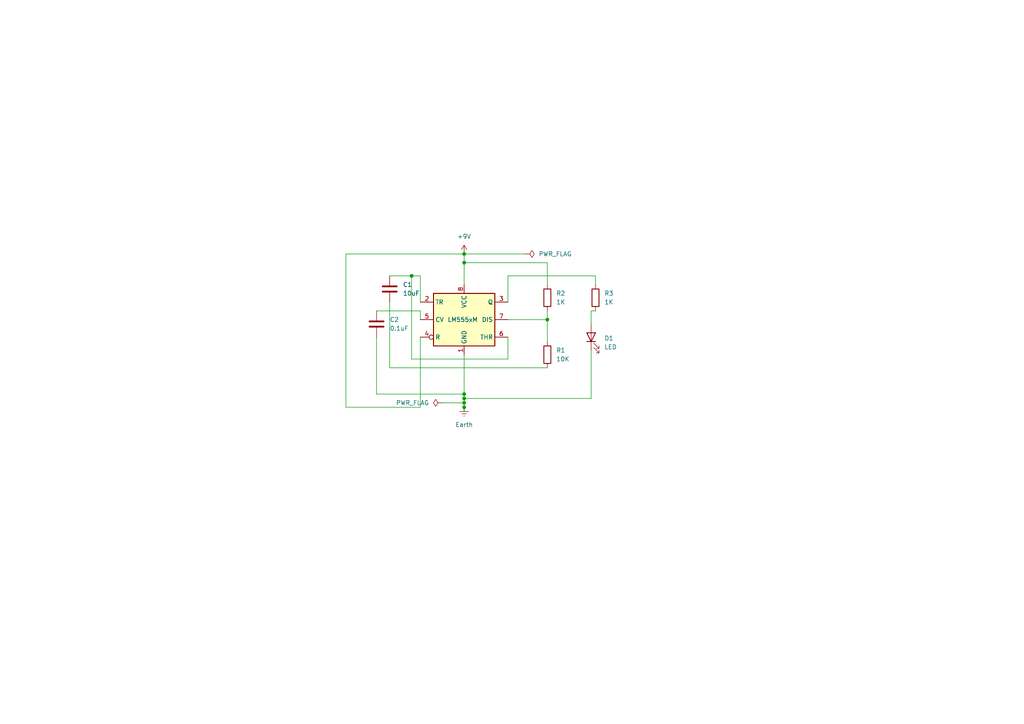
<source format=kicad_sch>
(kicad_sch
	(version 20231120)
	(generator "eeschema")
	(generator_version "8.0")
	(uuid "3cd45959-67ab-41b1-ba15-57dd357120ed")
	(paper "A4")
	(lib_symbols
		(symbol "Device:C"
			(pin_numbers hide)
			(pin_names
				(offset 0.254)
			)
			(exclude_from_sim no)
			(in_bom yes)
			(on_board yes)
			(property "Reference" "C"
				(at 0.635 2.54 0)
				(effects
					(font
						(size 1.27 1.27)
					)
					(justify left)
				)
			)
			(property "Value" "C"
				(at 0.635 -2.54 0)
				(effects
					(font
						(size 1.27 1.27)
					)
					(justify left)
				)
			)
			(property "Footprint" ""
				(at 0.9652 -3.81 0)
				(effects
					(font
						(size 1.27 1.27)
					)
					(hide yes)
				)
			)
			(property "Datasheet" "~"
				(at 0 0 0)
				(effects
					(font
						(size 1.27 1.27)
					)
					(hide yes)
				)
			)
			(property "Description" "Unpolarized capacitor"
				(at 0 0 0)
				(effects
					(font
						(size 1.27 1.27)
					)
					(hide yes)
				)
			)
			(property "ki_keywords" "cap capacitor"
				(at 0 0 0)
				(effects
					(font
						(size 1.27 1.27)
					)
					(hide yes)
				)
			)
			(property "ki_fp_filters" "C_*"
				(at 0 0 0)
				(effects
					(font
						(size 1.27 1.27)
					)
					(hide yes)
				)
			)
			(symbol "C_0_1"
				(polyline
					(pts
						(xy -2.032 -0.762) (xy 2.032 -0.762)
					)
					(stroke
						(width 0.508)
						(type default)
					)
					(fill
						(type none)
					)
				)
				(polyline
					(pts
						(xy -2.032 0.762) (xy 2.032 0.762)
					)
					(stroke
						(width 0.508)
						(type default)
					)
					(fill
						(type none)
					)
				)
			)
			(symbol "C_1_1"
				(pin passive line
					(at 0 3.81 270)
					(length 2.794)
					(name "~"
						(effects
							(font
								(size 1.27 1.27)
							)
						)
					)
					(number "1"
						(effects
							(font
								(size 1.27 1.27)
							)
						)
					)
				)
				(pin passive line
					(at 0 -3.81 90)
					(length 2.794)
					(name "~"
						(effects
							(font
								(size 1.27 1.27)
							)
						)
					)
					(number "2"
						(effects
							(font
								(size 1.27 1.27)
							)
						)
					)
				)
			)
		)
		(symbol "Device:LED"
			(pin_numbers hide)
			(pin_names
				(offset 1.016) hide)
			(exclude_from_sim no)
			(in_bom yes)
			(on_board yes)
			(property "Reference" "D"
				(at 0 2.54 0)
				(effects
					(font
						(size 1.27 1.27)
					)
				)
			)
			(property "Value" "LED"
				(at 0 -2.54 0)
				(effects
					(font
						(size 1.27 1.27)
					)
				)
			)
			(property "Footprint" ""
				(at 0 0 0)
				(effects
					(font
						(size 1.27 1.27)
					)
					(hide yes)
				)
			)
			(property "Datasheet" "~"
				(at 0 0 0)
				(effects
					(font
						(size 1.27 1.27)
					)
					(hide yes)
				)
			)
			(property "Description" "Light emitting diode"
				(at 0 0 0)
				(effects
					(font
						(size 1.27 1.27)
					)
					(hide yes)
				)
			)
			(property "ki_keywords" "LED diode"
				(at 0 0 0)
				(effects
					(font
						(size 1.27 1.27)
					)
					(hide yes)
				)
			)
			(property "ki_fp_filters" "LED* LED_SMD:* LED_THT:*"
				(at 0 0 0)
				(effects
					(font
						(size 1.27 1.27)
					)
					(hide yes)
				)
			)
			(symbol "LED_0_1"
				(polyline
					(pts
						(xy -1.27 -1.27) (xy -1.27 1.27)
					)
					(stroke
						(width 0.254)
						(type default)
					)
					(fill
						(type none)
					)
				)
				(polyline
					(pts
						(xy -1.27 0) (xy 1.27 0)
					)
					(stroke
						(width 0)
						(type default)
					)
					(fill
						(type none)
					)
				)
				(polyline
					(pts
						(xy 1.27 -1.27) (xy 1.27 1.27) (xy -1.27 0) (xy 1.27 -1.27)
					)
					(stroke
						(width 0.254)
						(type default)
					)
					(fill
						(type none)
					)
				)
				(polyline
					(pts
						(xy -3.048 -0.762) (xy -4.572 -2.286) (xy -3.81 -2.286) (xy -4.572 -2.286) (xy -4.572 -1.524)
					)
					(stroke
						(width 0)
						(type default)
					)
					(fill
						(type none)
					)
				)
				(polyline
					(pts
						(xy -1.778 -0.762) (xy -3.302 -2.286) (xy -2.54 -2.286) (xy -3.302 -2.286) (xy -3.302 -1.524)
					)
					(stroke
						(width 0)
						(type default)
					)
					(fill
						(type none)
					)
				)
			)
			(symbol "LED_1_1"
				(pin passive line
					(at -3.81 0 0)
					(length 2.54)
					(name "K"
						(effects
							(font
								(size 1.27 1.27)
							)
						)
					)
					(number "1"
						(effects
							(font
								(size 1.27 1.27)
							)
						)
					)
				)
				(pin passive line
					(at 3.81 0 180)
					(length 2.54)
					(name "A"
						(effects
							(font
								(size 1.27 1.27)
							)
						)
					)
					(number "2"
						(effects
							(font
								(size 1.27 1.27)
							)
						)
					)
				)
			)
		)
		(symbol "Device:R"
			(pin_numbers hide)
			(pin_names
				(offset 0)
			)
			(exclude_from_sim no)
			(in_bom yes)
			(on_board yes)
			(property "Reference" "R"
				(at 2.032 0 90)
				(effects
					(font
						(size 1.27 1.27)
					)
				)
			)
			(property "Value" "R"
				(at 0 0 90)
				(effects
					(font
						(size 1.27 1.27)
					)
				)
			)
			(property "Footprint" ""
				(at -1.778 0 90)
				(effects
					(font
						(size 1.27 1.27)
					)
					(hide yes)
				)
			)
			(property "Datasheet" "~"
				(at 0 0 0)
				(effects
					(font
						(size 1.27 1.27)
					)
					(hide yes)
				)
			)
			(property "Description" "Resistor"
				(at 0 0 0)
				(effects
					(font
						(size 1.27 1.27)
					)
					(hide yes)
				)
			)
			(property "ki_keywords" "R res resistor"
				(at 0 0 0)
				(effects
					(font
						(size 1.27 1.27)
					)
					(hide yes)
				)
			)
			(property "ki_fp_filters" "R_*"
				(at 0 0 0)
				(effects
					(font
						(size 1.27 1.27)
					)
					(hide yes)
				)
			)
			(symbol "R_0_1"
				(rectangle
					(start -1.016 -2.54)
					(end 1.016 2.54)
					(stroke
						(width 0.254)
						(type default)
					)
					(fill
						(type none)
					)
				)
			)
			(symbol "R_1_1"
				(pin passive line
					(at 0 3.81 270)
					(length 1.27)
					(name "~"
						(effects
							(font
								(size 1.27 1.27)
							)
						)
					)
					(number "1"
						(effects
							(font
								(size 1.27 1.27)
							)
						)
					)
				)
				(pin passive line
					(at 0 -3.81 90)
					(length 1.27)
					(name "~"
						(effects
							(font
								(size 1.27 1.27)
							)
						)
					)
					(number "2"
						(effects
							(font
								(size 1.27 1.27)
							)
						)
					)
				)
			)
		)
		(symbol "Timer:LM555xM"
			(exclude_from_sim no)
			(in_bom yes)
			(on_board yes)
			(property "Reference" "U"
				(at -10.16 8.89 0)
				(effects
					(font
						(size 1.27 1.27)
					)
					(justify left)
				)
			)
			(property "Value" "LM555xM"
				(at 2.54 8.89 0)
				(effects
					(font
						(size 1.27 1.27)
					)
					(justify left)
				)
			)
			(property "Footprint" "Package_SO:SOIC-8_3.9x4.9mm_P1.27mm"
				(at 21.59 -10.16 0)
				(effects
					(font
						(size 1.27 1.27)
					)
					(hide yes)
				)
			)
			(property "Datasheet" "http://www.ti.com/lit/ds/symlink/lm555.pdf"
				(at 21.59 -10.16 0)
				(effects
					(font
						(size 1.27 1.27)
					)
					(hide yes)
				)
			)
			(property "Description" "Timer, 555 compatible, SOIC-8"
				(at 0 0 0)
				(effects
					(font
						(size 1.27 1.27)
					)
					(hide yes)
				)
			)
			(property "ki_keywords" "single timer 555"
				(at 0 0 0)
				(effects
					(font
						(size 1.27 1.27)
					)
					(hide yes)
				)
			)
			(property "ki_fp_filters" "SOIC*3.9x4.9mm*P1.27mm*"
				(at 0 0 0)
				(effects
					(font
						(size 1.27 1.27)
					)
					(hide yes)
				)
			)
			(symbol "LM555xM_0_0"
				(pin power_in line
					(at 0 -10.16 90)
					(length 2.54)
					(name "GND"
						(effects
							(font
								(size 1.27 1.27)
							)
						)
					)
					(number "1"
						(effects
							(font
								(size 1.27 1.27)
							)
						)
					)
				)
				(pin power_in line
					(at 0 10.16 270)
					(length 2.54)
					(name "VCC"
						(effects
							(font
								(size 1.27 1.27)
							)
						)
					)
					(number "8"
						(effects
							(font
								(size 1.27 1.27)
							)
						)
					)
				)
			)
			(symbol "LM555xM_0_1"
				(rectangle
					(start -8.89 -7.62)
					(end 8.89 7.62)
					(stroke
						(width 0.254)
						(type default)
					)
					(fill
						(type background)
					)
				)
				(rectangle
					(start -8.89 -7.62)
					(end 8.89 7.62)
					(stroke
						(width 0.254)
						(type default)
					)
					(fill
						(type background)
					)
				)
			)
			(symbol "LM555xM_1_1"
				(pin input line
					(at -12.7 5.08 0)
					(length 3.81)
					(name "TR"
						(effects
							(font
								(size 1.27 1.27)
							)
						)
					)
					(number "2"
						(effects
							(font
								(size 1.27 1.27)
							)
						)
					)
				)
				(pin output line
					(at 12.7 5.08 180)
					(length 3.81)
					(name "Q"
						(effects
							(font
								(size 1.27 1.27)
							)
						)
					)
					(number "3"
						(effects
							(font
								(size 1.27 1.27)
							)
						)
					)
				)
				(pin input inverted
					(at -12.7 -5.08 0)
					(length 3.81)
					(name "R"
						(effects
							(font
								(size 1.27 1.27)
							)
						)
					)
					(number "4"
						(effects
							(font
								(size 1.27 1.27)
							)
						)
					)
				)
				(pin input line
					(at -12.7 0 0)
					(length 3.81)
					(name "CV"
						(effects
							(font
								(size 1.27 1.27)
							)
						)
					)
					(number "5"
						(effects
							(font
								(size 1.27 1.27)
							)
						)
					)
				)
				(pin input line
					(at 12.7 -5.08 180)
					(length 3.81)
					(name "THR"
						(effects
							(font
								(size 1.27 1.27)
							)
						)
					)
					(number "6"
						(effects
							(font
								(size 1.27 1.27)
							)
						)
					)
				)
				(pin input line
					(at 12.7 0 180)
					(length 3.81)
					(name "DIS"
						(effects
							(font
								(size 1.27 1.27)
							)
						)
					)
					(number "7"
						(effects
							(font
								(size 1.27 1.27)
							)
						)
					)
				)
			)
		)
		(symbol "power:+9V"
			(power)
			(pin_numbers hide)
			(pin_names
				(offset 0) hide)
			(exclude_from_sim no)
			(in_bom yes)
			(on_board yes)
			(property "Reference" "#PWR"
				(at 0 -3.81 0)
				(effects
					(font
						(size 1.27 1.27)
					)
					(hide yes)
				)
			)
			(property "Value" "+9V"
				(at 0 3.556 0)
				(effects
					(font
						(size 1.27 1.27)
					)
				)
			)
			(property "Footprint" ""
				(at 0 0 0)
				(effects
					(font
						(size 1.27 1.27)
					)
					(hide yes)
				)
			)
			(property "Datasheet" ""
				(at 0 0 0)
				(effects
					(font
						(size 1.27 1.27)
					)
					(hide yes)
				)
			)
			(property "Description" "Power symbol creates a global label with name \"+9V\""
				(at 0 0 0)
				(effects
					(font
						(size 1.27 1.27)
					)
					(hide yes)
				)
			)
			(property "ki_keywords" "global power"
				(at 0 0 0)
				(effects
					(font
						(size 1.27 1.27)
					)
					(hide yes)
				)
			)
			(symbol "+9V_0_1"
				(polyline
					(pts
						(xy -0.762 1.27) (xy 0 2.54)
					)
					(stroke
						(width 0)
						(type default)
					)
					(fill
						(type none)
					)
				)
				(polyline
					(pts
						(xy 0 0) (xy 0 2.54)
					)
					(stroke
						(width 0)
						(type default)
					)
					(fill
						(type none)
					)
				)
				(polyline
					(pts
						(xy 0 2.54) (xy 0.762 1.27)
					)
					(stroke
						(width 0)
						(type default)
					)
					(fill
						(type none)
					)
				)
			)
			(symbol "+9V_1_1"
				(pin power_in line
					(at 0 0 90)
					(length 0)
					(name "~"
						(effects
							(font
								(size 1.27 1.27)
							)
						)
					)
					(number "1"
						(effects
							(font
								(size 1.27 1.27)
							)
						)
					)
				)
			)
		)
		(symbol "power:Earth"
			(power)
			(pin_numbers hide)
			(pin_names
				(offset 0) hide)
			(exclude_from_sim no)
			(in_bom yes)
			(on_board yes)
			(property "Reference" "#PWR"
				(at 0 -6.35 0)
				(effects
					(font
						(size 1.27 1.27)
					)
					(hide yes)
				)
			)
			(property "Value" "Earth"
				(at 0 -3.81 0)
				(effects
					(font
						(size 1.27 1.27)
					)
				)
			)
			(property "Footprint" ""
				(at 0 0 0)
				(effects
					(font
						(size 1.27 1.27)
					)
					(hide yes)
				)
			)
			(property "Datasheet" "~"
				(at 0 0 0)
				(effects
					(font
						(size 1.27 1.27)
					)
					(hide yes)
				)
			)
			(property "Description" "Power symbol creates a global label with name \"Earth\""
				(at 0 0 0)
				(effects
					(font
						(size 1.27 1.27)
					)
					(hide yes)
				)
			)
			(property "ki_keywords" "global ground gnd"
				(at 0 0 0)
				(effects
					(font
						(size 1.27 1.27)
					)
					(hide yes)
				)
			)
			(symbol "Earth_0_1"
				(polyline
					(pts
						(xy -0.635 -1.905) (xy 0.635 -1.905)
					)
					(stroke
						(width 0)
						(type default)
					)
					(fill
						(type none)
					)
				)
				(polyline
					(pts
						(xy -0.127 -2.54) (xy 0.127 -2.54)
					)
					(stroke
						(width 0)
						(type default)
					)
					(fill
						(type none)
					)
				)
				(polyline
					(pts
						(xy 0 -1.27) (xy 0 0)
					)
					(stroke
						(width 0)
						(type default)
					)
					(fill
						(type none)
					)
				)
				(polyline
					(pts
						(xy 1.27 -1.27) (xy -1.27 -1.27)
					)
					(stroke
						(width 0)
						(type default)
					)
					(fill
						(type none)
					)
				)
			)
			(symbol "Earth_1_1"
				(pin power_in line
					(at 0 0 270)
					(length 0)
					(name "~"
						(effects
							(font
								(size 1.27 1.27)
							)
						)
					)
					(number "1"
						(effects
							(font
								(size 1.27 1.27)
							)
						)
					)
				)
			)
		)
		(symbol "power:PWR_FLAG"
			(power)
			(pin_numbers hide)
			(pin_names
				(offset 0) hide)
			(exclude_from_sim no)
			(in_bom yes)
			(on_board yes)
			(property "Reference" "#FLG"
				(at 0 1.905 0)
				(effects
					(font
						(size 1.27 1.27)
					)
					(hide yes)
				)
			)
			(property "Value" "PWR_FLAG"
				(at 0 3.81 0)
				(effects
					(font
						(size 1.27 1.27)
					)
				)
			)
			(property "Footprint" ""
				(at 0 0 0)
				(effects
					(font
						(size 1.27 1.27)
					)
					(hide yes)
				)
			)
			(property "Datasheet" "~"
				(at 0 0 0)
				(effects
					(font
						(size 1.27 1.27)
					)
					(hide yes)
				)
			)
			(property "Description" "Special symbol for telling ERC where power comes from"
				(at 0 0 0)
				(effects
					(font
						(size 1.27 1.27)
					)
					(hide yes)
				)
			)
			(property "ki_keywords" "flag power"
				(at 0 0 0)
				(effects
					(font
						(size 1.27 1.27)
					)
					(hide yes)
				)
			)
			(symbol "PWR_FLAG_0_0"
				(pin power_out line
					(at 0 0 90)
					(length 0)
					(name "~"
						(effects
							(font
								(size 1.27 1.27)
							)
						)
					)
					(number "1"
						(effects
							(font
								(size 1.27 1.27)
							)
						)
					)
				)
			)
			(symbol "PWR_FLAG_0_1"
				(polyline
					(pts
						(xy 0 0) (xy 0 1.27) (xy -1.016 1.905) (xy 0 2.54) (xy 1.016 1.905) (xy 0 1.27)
					)
					(stroke
						(width 0)
						(type default)
					)
					(fill
						(type none)
					)
				)
			)
		)
	)
	(junction
		(at 119.38 80.01)
		(diameter 0)
		(color 0 0 0 0)
		(uuid "19389a94-f9d6-45b5-94b0-69c8234fa52a")
	)
	(junction
		(at 134.62 116.84)
		(diameter 0)
		(color 0 0 0 0)
		(uuid "3175e60a-a66b-4b4f-8f48-6b47c5070bec")
	)
	(junction
		(at 134.62 76.2)
		(diameter 0)
		(color 0 0 0 0)
		(uuid "3b5f697e-d03e-431a-ac26-949996b467e6")
	)
	(junction
		(at 134.62 114.3)
		(diameter 0)
		(color 0 0 0 0)
		(uuid "51fd1c9f-2323-4d14-b8bc-0b72d7967f56")
	)
	(junction
		(at 134.62 73.66)
		(diameter 0)
		(color 0 0 0 0)
		(uuid "540622a6-1200-4ac4-82c3-49bfbe51622f")
	)
	(junction
		(at 134.62 115.57)
		(diameter 0)
		(color 0 0 0 0)
		(uuid "677f9b79-80dc-44f8-b2aa-4bd8d306f487")
	)
	(junction
		(at 134.62 118.11)
		(diameter 0)
		(color 0 0 0 0)
		(uuid "c7e8d81e-d65c-4015-945c-1042c012bed9")
	)
	(junction
		(at 158.75 92.71)
		(diameter 0)
		(color 0 0 0 0)
		(uuid "f8b1dc7a-0cf4-49fc-84af-a8a5a46a039d")
	)
	(wire
		(pts
			(xy 134.62 116.84) (xy 134.62 118.11)
		)
		(stroke
			(width 0)
			(type default)
		)
		(uuid "009a8273-9768-4e27-8fbf-39b61d176bb2")
	)
	(wire
		(pts
			(xy 109.22 90.17) (xy 121.92 90.17)
		)
		(stroke
			(width 0)
			(type default)
		)
		(uuid "0576658d-fef0-44c9-9761-eb1277e36b09")
	)
	(wire
		(pts
			(xy 158.75 82.55) (xy 158.75 76.2)
		)
		(stroke
			(width 0)
			(type default)
		)
		(uuid "08009158-1e7e-4ba9-be91-cf21441957d7")
	)
	(wire
		(pts
			(xy 109.22 97.79) (xy 109.22 114.3)
		)
		(stroke
			(width 0)
			(type default)
		)
		(uuid "0caf524e-75c1-4b36-8b69-f7f0cf505402")
	)
	(wire
		(pts
			(xy 128.27 116.84) (xy 134.62 116.84)
		)
		(stroke
			(width 0)
			(type default)
		)
		(uuid "14c4bd49-8b16-41d3-ad12-6402a8b58d47")
	)
	(wire
		(pts
			(xy 121.92 97.79) (xy 121.92 118.11)
		)
		(stroke
			(width 0)
			(type default)
		)
		(uuid "15e8799d-d381-4c5d-94b3-bf5b9bcfcf90")
	)
	(wire
		(pts
			(xy 158.75 76.2) (xy 134.62 76.2)
		)
		(stroke
			(width 0)
			(type default)
		)
		(uuid "1a957bd3-6158-42d9-8da1-b99856714f28")
	)
	(wire
		(pts
			(xy 172.72 80.01) (xy 172.72 82.55)
		)
		(stroke
			(width 0)
			(type default)
		)
		(uuid "1d959fe4-23f9-48de-97f6-f260861f6130")
	)
	(wire
		(pts
			(xy 134.62 102.87) (xy 134.62 114.3)
		)
		(stroke
			(width 0)
			(type default)
		)
		(uuid "285c5e75-de7a-4239-a460-526a04945a49")
	)
	(wire
		(pts
			(xy 171.45 90.17) (xy 171.45 93.98)
		)
		(stroke
			(width 0)
			(type default)
		)
		(uuid "339dc3bf-1831-45ea-9ae7-f7a87af20832")
	)
	(wire
		(pts
			(xy 147.32 104.14) (xy 119.38 104.14)
		)
		(stroke
			(width 0)
			(type default)
		)
		(uuid "4187458b-c8b8-46fb-830b-a5f1c4537f30")
	)
	(wire
		(pts
			(xy 172.72 90.17) (xy 171.45 90.17)
		)
		(stroke
			(width 0)
			(type default)
		)
		(uuid "4eaac220-20a2-49a9-a729-3c40b2f6e2b5")
	)
	(wire
		(pts
			(xy 119.38 80.01) (xy 113.03 80.01)
		)
		(stroke
			(width 0)
			(type default)
		)
		(uuid "52688262-62ba-41ac-b895-993e4afba242")
	)
	(wire
		(pts
			(xy 109.22 114.3) (xy 134.62 114.3)
		)
		(stroke
			(width 0)
			(type default)
		)
		(uuid "5569c688-341f-4d42-8b7d-4515aec410a4")
	)
	(wire
		(pts
			(xy 134.62 115.57) (xy 134.62 116.84)
		)
		(stroke
			(width 0)
			(type default)
		)
		(uuid "564d6d65-b73d-42e2-9035-e9769102929f")
	)
	(wire
		(pts
			(xy 134.62 76.2) (xy 134.62 82.55)
		)
		(stroke
			(width 0)
			(type default)
		)
		(uuid "626f267d-2897-4b96-8e3c-dbe41ce13d5f")
	)
	(wire
		(pts
			(xy 171.45 101.6) (xy 171.45 115.57)
		)
		(stroke
			(width 0)
			(type default)
		)
		(uuid "66b2a950-8e2c-4a99-a771-0ebf25f84e0b")
	)
	(wire
		(pts
			(xy 121.92 118.11) (xy 100.33 118.11)
		)
		(stroke
			(width 0)
			(type default)
		)
		(uuid "67661947-20a3-47a4-8212-d656f68f143b")
	)
	(wire
		(pts
			(xy 100.33 118.11) (xy 100.33 73.66)
		)
		(stroke
			(width 0)
			(type default)
		)
		(uuid "6e60ccdc-9430-4073-9407-9205304cc6d5")
	)
	(wire
		(pts
			(xy 119.38 104.14) (xy 119.38 80.01)
		)
		(stroke
			(width 0)
			(type default)
		)
		(uuid "6ec42636-17d8-4549-800d-9a31bcddc50d")
	)
	(wire
		(pts
			(xy 158.75 90.17) (xy 158.75 92.71)
		)
		(stroke
			(width 0)
			(type default)
		)
		(uuid "70f505ff-a781-4e64-85c8-7168ea04bb01")
	)
	(wire
		(pts
			(xy 121.92 80.01) (xy 119.38 80.01)
		)
		(stroke
			(width 0)
			(type default)
		)
		(uuid "80e079f8-c185-4f66-9cb4-e61d4a3e62cd")
	)
	(wire
		(pts
			(xy 121.92 90.17) (xy 121.92 92.71)
		)
		(stroke
			(width 0)
			(type default)
		)
		(uuid "81d43026-9176-4310-a6fa-ed53c69811e0")
	)
	(wire
		(pts
			(xy 158.75 92.71) (xy 158.75 99.06)
		)
		(stroke
			(width 0)
			(type default)
		)
		(uuid "880d0d1d-3cdc-4ab8-a7fc-8594173f4ba4")
	)
	(wire
		(pts
			(xy 134.62 118.11) (xy 134.62 119.38)
		)
		(stroke
			(width 0)
			(type default)
		)
		(uuid "8a09627d-f9e5-49bf-8790-fabc27560fbf")
	)
	(wire
		(pts
			(xy 147.32 92.71) (xy 158.75 92.71)
		)
		(stroke
			(width 0)
			(type default)
		)
		(uuid "8de726d9-5fc5-4bb8-830a-61ec8ef0c1b9")
	)
	(wire
		(pts
			(xy 171.45 115.57) (xy 134.62 115.57)
		)
		(stroke
			(width 0)
			(type default)
		)
		(uuid "a369a495-08b0-4deb-a226-c535ca3d522d")
	)
	(wire
		(pts
			(xy 147.32 97.79) (xy 147.32 104.14)
		)
		(stroke
			(width 0)
			(type default)
		)
		(uuid "a83225fa-463f-4717-b8ae-cbb321f91cc7")
	)
	(wire
		(pts
			(xy 134.62 73.66) (xy 152.4 73.66)
		)
		(stroke
			(width 0)
			(type default)
		)
		(uuid "ab8477c7-f8ed-4cd6-9a2d-e55ed6ae7b6a")
	)
	(wire
		(pts
			(xy 147.32 80.01) (xy 172.72 80.01)
		)
		(stroke
			(width 0)
			(type default)
		)
		(uuid "ad05ed10-9fab-47e6-a350-0f1d71201d4b")
	)
	(wire
		(pts
			(xy 134.62 114.3) (xy 134.62 115.57)
		)
		(stroke
			(width 0)
			(type default)
		)
		(uuid "b8cc5bd7-2a44-4ba0-a93e-2a702c8c1b11")
	)
	(wire
		(pts
			(xy 147.32 87.63) (xy 147.32 80.01)
		)
		(stroke
			(width 0)
			(type default)
		)
		(uuid "be5b4b9b-f031-42cf-9b6e-8904e87791b9")
	)
	(wire
		(pts
			(xy 158.75 106.68) (xy 113.03 106.68)
		)
		(stroke
			(width 0)
			(type default)
		)
		(uuid "bf869a47-3d09-4c93-b0b7-3728a993ab10")
	)
	(wire
		(pts
			(xy 100.33 73.66) (xy 134.62 73.66)
		)
		(stroke
			(width 0)
			(type default)
		)
		(uuid "cb5e50ae-8fa0-4fe3-a080-c1a72ccbcb9c")
	)
	(wire
		(pts
			(xy 121.92 87.63) (xy 121.92 80.01)
		)
		(stroke
			(width 0)
			(type default)
		)
		(uuid "d351b60b-a430-4fc3-8ec0-5a2377a1abdc")
	)
	(wire
		(pts
			(xy 134.62 73.66) (xy 134.62 76.2)
		)
		(stroke
			(width 0)
			(type default)
		)
		(uuid "d72cd9c9-62cf-44f7-a1f5-8a5893f2bbfe")
	)
	(wire
		(pts
			(xy 113.03 106.68) (xy 113.03 87.63)
		)
		(stroke
			(width 0)
			(type default)
		)
		(uuid "dce02dc0-fb69-4f4f-b45e-85b350dbb018")
	)
	(symbol
		(lib_id "Device:R")
		(at 158.75 86.36 0)
		(unit 1)
		(exclude_from_sim no)
		(in_bom yes)
		(on_board yes)
		(dnp no)
		(fields_autoplaced yes)
		(uuid "069cd0c4-e791-403d-9d4f-5e0e91c6b072")
		(property "Reference" "R2"
			(at 161.29 85.0899 0)
			(effects
				(font
					(size 1.27 1.27)
				)
				(justify left)
			)
		)
		(property "Value" "1K"
			(at 161.29 87.6299 0)
			(effects
				(font
					(size 1.27 1.27)
				)
				(justify left)
			)
		)
		(property "Footprint" "Resistor_THT:R_Axial_DIN0204_L3.6mm_D1.6mm_P5.08mm_Horizontal"
			(at 156.972 86.36 90)
			(effects
				(font
					(size 1.27 1.27)
				)
				(hide yes)
			)
		)
		(property "Datasheet" "~"
			(at 158.75 86.36 0)
			(effects
				(font
					(size 1.27 1.27)
				)
				(hide yes)
			)
		)
		(property "Description" "Resistor"
			(at 158.75 86.36 0)
			(effects
				(font
					(size 1.27 1.27)
				)
				(hide yes)
			)
		)
		(pin "1"
			(uuid "33d274a0-2d54-48d7-800a-2931345b6ec7")
		)
		(pin "2"
			(uuid "5356bd34-067c-42b3-9f68-8f3f21acc545")
		)
		(instances
			(project "FLASH"
				(path "/3cd45959-67ab-41b1-ba15-57dd357120ed"
					(reference "R2")
					(unit 1)
				)
			)
		)
	)
	(symbol
		(lib_id "Timer:LM555xM")
		(at 134.62 92.71 0)
		(unit 1)
		(exclude_from_sim no)
		(in_bom yes)
		(on_board yes)
		(dnp no)
		(uuid "0a1da855-6312-43e3-b7e2-7cc91c816e29")
		(property "Reference" "U1"
			(at 131.572 76.454 0)
			(effects
				(font
					(size 1.27 1.27)
				)
				(justify left)
				(hide yes)
			)
		)
		(property "Value" "LM555xM"
			(at 129.794 92.71 0)
			(effects
				(font
					(size 1.27 1.27)
				)
				(justify left)
			)
		)
		(property "Footprint" "Package_SO:SOIC-8_3.9x4.9mm_P1.27mm"
			(at 156.21 102.87 0)
			(effects
				(font
					(size 1.27 1.27)
				)
				(hide yes)
			)
		)
		(property "Datasheet" "http://www.ti.com/lit/ds/symlink/lm555.pdf"
			(at 156.21 102.87 0)
			(effects
				(font
					(size 1.27 1.27)
				)
				(hide yes)
			)
		)
		(property "Description" "Timer, 555 compatible, SOIC-8"
			(at 134.62 92.71 0)
			(effects
				(font
					(size 1.27 1.27)
				)
				(hide yes)
			)
		)
		(pin "1"
			(uuid "137571d9-cbea-4921-975a-b69b004f0a92")
		)
		(pin "8"
			(uuid "0e4408ff-7f1b-4d96-95fe-7dd9eed049e1")
		)
		(pin "7"
			(uuid "3177b16a-c487-4f80-a3ac-ae88f9a035c7")
		)
		(pin "5"
			(uuid "9461781b-abc6-4f83-b238-43172175d288")
		)
		(pin "6"
			(uuid "285638d4-9b07-4372-ae53-5b2e6467e0f2")
		)
		(pin "3"
			(uuid "99a0ac95-b3cf-4f0a-a9a7-5a4d64eafb1d")
		)
		(pin "2"
			(uuid "82846d09-10a1-47d8-a9e1-78afe3e3d8e3")
		)
		(pin "4"
			(uuid "932c299a-47cb-42e7-a855-94af9e3097df")
		)
		(instances
			(project ""
				(path "/3cd45959-67ab-41b1-ba15-57dd357120ed"
					(reference "U1")
					(unit 1)
				)
			)
		)
	)
	(symbol
		(lib_id "power:PWR_FLAG")
		(at 152.4 73.66 270)
		(unit 1)
		(exclude_from_sim no)
		(in_bom yes)
		(on_board yes)
		(dnp no)
		(fields_autoplaced yes)
		(uuid "1e568fb2-49a7-44c6-b623-e750f376166a")
		(property "Reference" "#FLG01"
			(at 154.305 73.66 0)
			(effects
				(font
					(size 1.27 1.27)
				)
				(hide yes)
			)
		)
		(property "Value" "PWR_FLAG"
			(at 156.21 73.6599 90)
			(effects
				(font
					(size 1.27 1.27)
				)
				(justify left)
			)
		)
		(property "Footprint" ""
			(at 152.4 73.66 0)
			(effects
				(font
					(size 1.27 1.27)
				)
				(hide yes)
			)
		)
		(property "Datasheet" "~"
			(at 152.4 73.66 0)
			(effects
				(font
					(size 1.27 1.27)
				)
				(hide yes)
			)
		)
		(property "Description" "Special symbol for telling ERC where power comes from"
			(at 152.4 73.66 0)
			(effects
				(font
					(size 1.27 1.27)
				)
				(hide yes)
			)
		)
		(pin "1"
			(uuid "225913ad-64b2-42d0-abb4-0cded0d9e4b4")
		)
		(instances
			(project ""
				(path "/3cd45959-67ab-41b1-ba15-57dd357120ed"
					(reference "#FLG01")
					(unit 1)
				)
			)
		)
	)
	(symbol
		(lib_id "Device:C")
		(at 113.03 83.82 0)
		(unit 1)
		(exclude_from_sim no)
		(in_bom yes)
		(on_board yes)
		(dnp no)
		(fields_autoplaced yes)
		(uuid "2bb9e423-42d4-4183-a142-d8f6aec3932f")
		(property "Reference" "C1"
			(at 116.84 82.5499 0)
			(effects
				(font
					(size 1.27 1.27)
				)
				(justify left)
			)
		)
		(property "Value" "10uF"
			(at 116.84 85.0899 0)
			(effects
				(font
					(size 1.27 1.27)
				)
				(justify left)
			)
		)
		(property "Footprint" "Capacitor_THT:CP_Radial_D7.5mm_P2.50mm"
			(at 113.9952 87.63 0)
			(effects
				(font
					(size 1.27 1.27)
				)
				(hide yes)
			)
		)
		(property "Datasheet" "~"
			(at 113.03 83.82 0)
			(effects
				(font
					(size 1.27 1.27)
				)
				(hide yes)
			)
		)
		(property "Description" "Unpolarized capacitor"
			(at 113.03 83.82 0)
			(effects
				(font
					(size 1.27 1.27)
				)
				(hide yes)
			)
		)
		(property "Field5" ""
			(at 113.03 83.82 0)
			(effects
				(font
					(size 1.27 1.27)
				)
				(hide yes)
			)
		)
		(pin "2"
			(uuid "5abe7dc9-b5cf-4d46-9a90-359ae99f5bc6")
		)
		(pin "1"
			(uuid "9b93b447-881b-4441-8265-62a2af98e6e8")
		)
		(instances
			(project ""
				(path "/3cd45959-67ab-41b1-ba15-57dd357120ed"
					(reference "C1")
					(unit 1)
				)
			)
		)
	)
	(symbol
		(lib_id "power:Earth")
		(at 134.62 118.11 0)
		(unit 1)
		(exclude_from_sim no)
		(in_bom yes)
		(on_board yes)
		(dnp no)
		(fields_autoplaced yes)
		(uuid "6215e229-3c07-4ea3-bbe1-1b24f24041a3")
		(property "Reference" "#PWR01"
			(at 134.62 124.46 0)
			(effects
				(font
					(size 1.27 1.27)
				)
				(hide yes)
			)
		)
		(property "Value" "Earth"
			(at 134.62 123.19 0)
			(effects
				(font
					(size 1.27 1.27)
				)
			)
		)
		(property "Footprint" ""
			(at 134.62 118.11 0)
			(effects
				(font
					(size 1.27 1.27)
				)
				(hide yes)
			)
		)
		(property "Datasheet" "~"
			(at 134.62 118.11 0)
			(effects
				(font
					(size 1.27 1.27)
				)
				(hide yes)
			)
		)
		(property "Description" "Power symbol creates a global label with name \"Earth\""
			(at 134.62 118.11 0)
			(effects
				(font
					(size 1.27 1.27)
				)
				(hide yes)
			)
		)
		(pin "1"
			(uuid "c93deafc-f67b-447d-aac7-24f8223069dd")
		)
		(instances
			(project ""
				(path "/3cd45959-67ab-41b1-ba15-57dd357120ed"
					(reference "#PWR01")
					(unit 1)
				)
			)
		)
	)
	(symbol
		(lib_id "power:PWR_FLAG")
		(at 128.27 116.84 90)
		(unit 1)
		(exclude_from_sim no)
		(in_bom yes)
		(on_board yes)
		(dnp no)
		(fields_autoplaced yes)
		(uuid "840ab9c3-b375-492f-9799-17fef7f2e487")
		(property "Reference" "#FLG02"
			(at 126.365 116.84 0)
			(effects
				(font
					(size 1.27 1.27)
				)
				(hide yes)
			)
		)
		(property "Value" "PWR_FLAG"
			(at 124.46 116.8399 90)
			(effects
				(font
					(size 1.27 1.27)
				)
				(justify left)
			)
		)
		(property "Footprint" ""
			(at 128.27 116.84 0)
			(effects
				(font
					(size 1.27 1.27)
				)
				(hide yes)
			)
		)
		(property "Datasheet" "~"
			(at 128.27 116.84 0)
			(effects
				(font
					(size 1.27 1.27)
				)
				(hide yes)
			)
		)
		(property "Description" "Special symbol for telling ERC where power comes from"
			(at 128.27 116.84 0)
			(effects
				(font
					(size 1.27 1.27)
				)
				(hide yes)
			)
		)
		(pin "1"
			(uuid "74dc0432-1e72-4980-8183-0367206ba50b")
		)
		(instances
			(project ""
				(path "/3cd45959-67ab-41b1-ba15-57dd357120ed"
					(reference "#FLG02")
					(unit 1)
				)
			)
		)
	)
	(symbol
		(lib_id "Device:R")
		(at 172.72 86.36 0)
		(unit 1)
		(exclude_from_sim no)
		(in_bom yes)
		(on_board yes)
		(dnp no)
		(fields_autoplaced yes)
		(uuid "86a5f903-8b10-4d8c-bb13-441ebcf28d2f")
		(property "Reference" "R3"
			(at 175.26 85.0899 0)
			(effects
				(font
					(size 1.27 1.27)
				)
				(justify left)
			)
		)
		(property "Value" "1K"
			(at 175.26 87.6299 0)
			(effects
				(font
					(size 1.27 1.27)
				)
				(justify left)
			)
		)
		(property "Footprint" "Resistor_THT:R_Axial_DIN0204_L3.6mm_D1.6mm_P5.08mm_Horizontal"
			(at 170.942 86.36 90)
			(effects
				(font
					(size 1.27 1.27)
				)
				(hide yes)
			)
		)
		(property "Datasheet" "~"
			(at 172.72 86.36 0)
			(effects
				(font
					(size 1.27 1.27)
				)
				(hide yes)
			)
		)
		(property "Description" "Resistor"
			(at 172.72 86.36 0)
			(effects
				(font
					(size 1.27 1.27)
				)
				(hide yes)
			)
		)
		(pin "1"
			(uuid "51ff9fd9-5631-415b-8f40-a671717f56c3")
		)
		(pin "2"
			(uuid "52df38ef-1ec3-42e3-81a9-8c42e572016f")
		)
		(instances
			(project ""
				(path "/3cd45959-67ab-41b1-ba15-57dd357120ed"
					(reference "R3")
					(unit 1)
				)
			)
		)
	)
	(symbol
		(lib_id "Device:R")
		(at 158.75 102.87 0)
		(unit 1)
		(exclude_from_sim no)
		(in_bom yes)
		(on_board yes)
		(dnp no)
		(fields_autoplaced yes)
		(uuid "a4c92de3-fd8a-44f6-98ff-b9e049334122")
		(property "Reference" "R1"
			(at 161.29 101.5999 0)
			(effects
				(font
					(size 1.27 1.27)
				)
				(justify left)
			)
		)
		(property "Value" "10K"
			(at 161.29 104.1399 0)
			(effects
				(font
					(size 1.27 1.27)
				)
				(justify left)
			)
		)
		(property "Footprint" "Resistor_THT:R_Axial_DIN0204_L3.6mm_D1.6mm_P5.08mm_Horizontal"
			(at 156.972 102.87 90)
			(effects
				(font
					(size 1.27 1.27)
				)
				(hide yes)
			)
		)
		(property "Datasheet" "~"
			(at 158.75 102.87 0)
			(effects
				(font
					(size 1.27 1.27)
				)
				(hide yes)
			)
		)
		(property "Description" "Resistor"
			(at 158.75 102.87 0)
			(effects
				(font
					(size 1.27 1.27)
				)
				(hide yes)
			)
		)
		(pin "1"
			(uuid "342a53b3-dede-4fdf-b3e7-1fcb161b1efa")
		)
		(pin "2"
			(uuid "169f34b1-0c2f-402c-a693-bb32314b03da")
		)
		(instances
			(project ""
				(path "/3cd45959-67ab-41b1-ba15-57dd357120ed"
					(reference "R1")
					(unit 1)
				)
			)
		)
	)
	(symbol
		(lib_id "Device:C")
		(at 109.22 93.98 0)
		(unit 1)
		(exclude_from_sim no)
		(in_bom yes)
		(on_board yes)
		(dnp no)
		(fields_autoplaced yes)
		(uuid "c2abb695-b671-4ec1-871f-12d5454c946e")
		(property "Reference" "C2"
			(at 113.03 92.7099 0)
			(effects
				(font
					(size 1.27 1.27)
				)
				(justify left)
			)
		)
		(property "Value" "0.1uF"
			(at 113.03 95.2499 0)
			(effects
				(font
					(size 1.27 1.27)
				)
				(justify left)
			)
		)
		(property "Footprint" "Capacitor_THT:C_Disc_D7.5mm_W2.5mm_P5.00mm"
			(at 110.1852 97.79 0)
			(effects
				(font
					(size 1.27 1.27)
				)
				(hide yes)
			)
		)
		(property "Datasheet" "~"
			(at 109.22 93.98 0)
			(effects
				(font
					(size 1.27 1.27)
				)
				(hide yes)
			)
		)
		(property "Description" "Unpolarized capacitor"
			(at 109.22 93.98 0)
			(effects
				(font
					(size 1.27 1.27)
				)
				(hide yes)
			)
		)
		(pin "2"
			(uuid "568595f2-7fa6-42e4-82ef-a89ce07ccd4d")
		)
		(pin "1"
			(uuid "c154e555-fffe-4604-877c-1c177c987c5c")
		)
		(instances
			(project "FLASH"
				(path "/3cd45959-67ab-41b1-ba15-57dd357120ed"
					(reference "C2")
					(unit 1)
				)
			)
		)
	)
	(symbol
		(lib_id "Device:LED")
		(at 171.45 97.79 90)
		(unit 1)
		(exclude_from_sim no)
		(in_bom yes)
		(on_board yes)
		(dnp no)
		(fields_autoplaced yes)
		(uuid "c5ae983c-16f6-4060-a55e-c122a327e45a")
		(property "Reference" "D1"
			(at 175.26 98.1074 90)
			(effects
				(font
					(size 1.27 1.27)
				)
				(justify right)
			)
		)
		(property "Value" "LED"
			(at 175.26 100.6474 90)
			(effects
				(font
					(size 1.27 1.27)
				)
				(justify right)
			)
		)
		(property "Footprint" "LED_THT:LED_D3.0mm"
			(at 171.45 97.79 0)
			(effects
				(font
					(size 1.27 1.27)
				)
				(hide yes)
			)
		)
		(property "Datasheet" "~"
			(at 171.45 97.79 0)
			(effects
				(font
					(size 1.27 1.27)
				)
				(hide yes)
			)
		)
		(property "Description" "Light emitting diode"
			(at 171.45 97.79 0)
			(effects
				(font
					(size 1.27 1.27)
				)
				(hide yes)
			)
		)
		(pin "2"
			(uuid "9f05e904-c88e-4dc3-8016-8bf79dcee07a")
		)
		(pin "1"
			(uuid "ce21a4b1-d1c7-429e-a2b6-0d1b670eb1a3")
		)
		(instances
			(project ""
				(path "/3cd45959-67ab-41b1-ba15-57dd357120ed"
					(reference "D1")
					(unit 1)
				)
			)
		)
	)
	(symbol
		(lib_id "power:+9V")
		(at 134.62 73.66 0)
		(unit 1)
		(exclude_from_sim no)
		(in_bom yes)
		(on_board yes)
		(dnp no)
		(fields_autoplaced yes)
		(uuid "f8e9da49-8c06-4a2d-9395-41a44151a0b9")
		(property "Reference" "#PWR02"
			(at 134.62 77.47 0)
			(effects
				(font
					(size 1.27 1.27)
				)
				(hide yes)
			)
		)
		(property "Value" "+9V"
			(at 134.62 68.58 0)
			(effects
				(font
					(size 1.27 1.27)
				)
			)
		)
		(property "Footprint" ""
			(at 134.62 73.66 0)
			(effects
				(font
					(size 1.27 1.27)
				)
				(hide yes)
			)
		)
		(property "Datasheet" ""
			(at 134.62 73.66 0)
			(effects
				(font
					(size 1.27 1.27)
				)
				(hide yes)
			)
		)
		(property "Description" "Power symbol creates a global label with name \"+9V\""
			(at 134.62 73.66 0)
			(effects
				(font
					(size 1.27 1.27)
				)
				(hide yes)
			)
		)
		(pin "1"
			(uuid "a1fa3939-bb48-4e4d-a3d3-7ad9a67a5fb9")
		)
		(instances
			(project ""
				(path "/3cd45959-67ab-41b1-ba15-57dd357120ed"
					(reference "#PWR02")
					(unit 1)
				)
			)
		)
	)
	(sheet_instances
		(path "/"
			(page "1")
		)
	)
)

</source>
